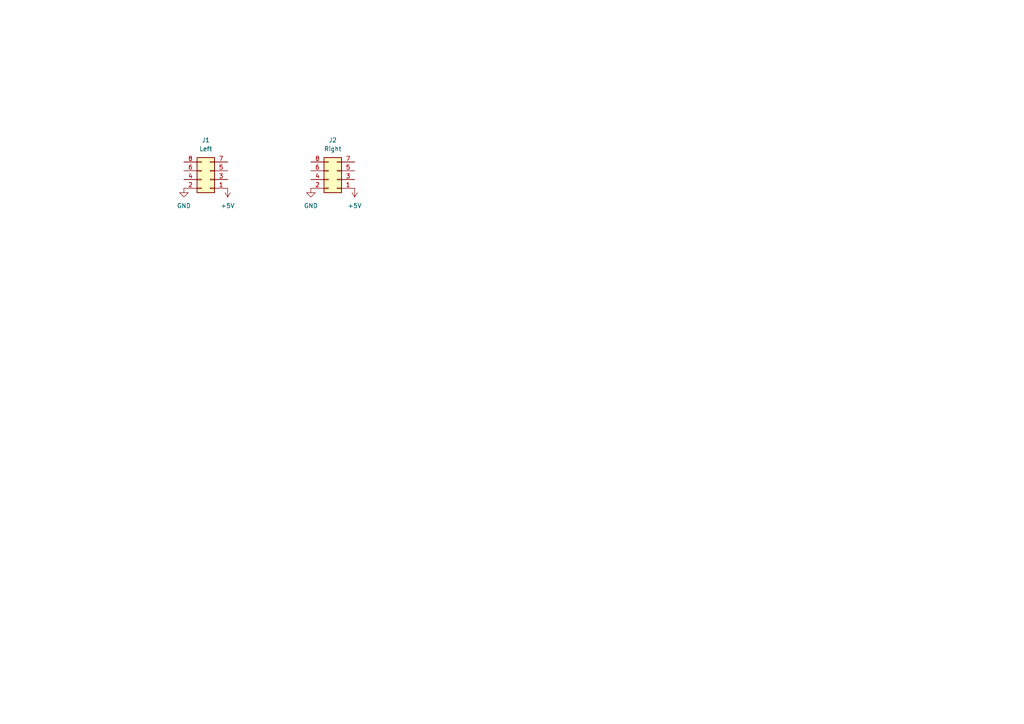
<source format=kicad_sch>
(kicad_sch (version 20231120) (generator "eeschema") (generator_version "8.0")
  (paper "A4")
  (lib_symbols
    (symbol "Connector_Generic:Conn_02x04_Odd_Even" (pin_names (offset 1.016) hide)
      (property "Reference" "J" (at 1.27 5.08 0))
      (property "Value" "Conn_02x04_Odd_Even" (at 1.27 -7.62 0))
      (symbol "Conn_02x04_Odd_Even_1_1"
        (rectangle (start -1.27 -4.953) (end 0 -5.207) (stroke (width 0.1524)))
        (rectangle (start -1.27 -2.413) (end 0 -2.667) (stroke (width 0.1524)))
        (rectangle (start -1.27 0.127) (end 0 -0.127) (stroke (width 0.1524)))
        (rectangle (start -1.27 2.667) (end 0 2.413) (stroke (width 0.1524)))
        (rectangle (start -1.27 3.81) (end 3.81 -6.35) (stroke (width 0.254)) (fill (type background)))
        (rectangle (start 3.81 -4.953) (end 2.54 -5.207) (stroke (width 0.1524)))
        (rectangle (start 3.81 -2.413) (end 2.54 -2.667) (stroke (width 0.1524)))
        (rectangle (start 3.81 0.127) (end 2.54 -0.127) (stroke (width 0.1524)))
        (rectangle (start 3.81 2.667) (end 2.54 2.413) (stroke (width 0.1524)))
        (pin passive line (at -5.08 2.54 0) (length 3.81) (name "Pin_1") (number "1"))
        (pin passive line (at 7.62 2.54 180) (length 3.81) (name "Pin_2") (number "2"))
        (pin passive line (at -5.08 0 0) (length 3.81) (name "Pin_3") (number "3"))
        (pin passive line (at 7.62 0 180) (length 3.81) (name "Pin_4") (number "4"))
        (pin passive line (at -5.08 -2.54 0) (length 3.81) (name "Pin_5") (number "5"))
        (pin passive line (at 7.62 -2.54 180) (length 3.81) (name "Pin_6") (number "6"))
        (pin passive line (at -5.08 -5.08 0) (length 3.81) (name "Pin_7") (number "7"))
        (pin passive line (at 7.62 -5.08 180) (length 3.81) (name "Pin_8") (number "8"))
      )
    )
    (symbol "power:+5V" (power) (pin_numbers hide) (pin_names (offset 0) hide)
      (property "Value" "+5V" (at 0 3.556 0))
      (symbol "+5V_0_1"
        (polyline (pts (xy -0.762 1.27) (xy 0 2.54)))
        (polyline (pts (xy 0 0) (xy 0 2.54)))
        (polyline (pts (xy 0 2.54) (xy 0.762 1.27)))
      )
      (symbol "+5V_1_1"
        (pin power_in line (at 0 0 90) (length 0) (name "~") (number "1"))
      )
    )
    (symbol "power:GND" (power) (pin_numbers hide) (pin_names (offset 0) hide)
      (property "Value" "GND" (at 0 -3.81 0))
      (symbol "GND_0_1"
        (polyline (pts (xy 0 0) (xy 0 -1.27) (xy 1.27 -1.27) (xy 0 -2.54) (xy -1.27 -1.27) (xy 0 -1.27)))
      )
      (symbol "GND_1_1"
        (pin power_in line (at 0 0 270) (length 0) (name "~") (number "1"))
      )
    )
  )
  (symbol (lib_id "Connector_Generic:Conn_02x04_Odd_Even") (at 97.79 52.07 180) (unit 1)
    (property "Reference" "J2" (at 96.52 40.64 0))
    (property "Value" "Right" (at 96.52 43.18 0))
    (property "Description" "Generic connector, double row, 02x04, odd/even pin numbering scheme (row 1 odd numbers, row 2 even numbers), script generated (kicad-library-utils/schlib/autogen/connector/)" (effects (hide yes)))
  )
  (symbol (lib_id "Connector_Generic:Conn_02x04_Odd_Even") (at 60.96 52.07 180) (unit 1)
    (property "Reference" "J1" (at 59.69 40.64 0))
    (property "Value" "Left" (at 59.69 43.18 0))
    (property "Description" "Generic connector, double row, 02x04, odd/even pin numbering scheme (row 1 odd numbers, row 2 even numbers), script generated (kicad-library-utils/schlib/autogen/connector/)" (effects (hide yes)))
  )
  (symbol (lib_id "power:GND") (at 53.34 54.61 0) (unit 1)
    (property "Reference" "#PWR02" (effects (hide yes)))
    (property "Value" "GND" (at 53.34 59.69 0))
    (property "Description" "Power symbol creates a global label with name \"GND\" , ground" (effects (hide yes)))
  )
  (symbol (lib_id "power:+5V") (at 102.87 54.61 180) (unit 1)
    (property "Reference" "#PWR04" (effects (hide yes)))
    (property "Value" "+5V" (at 102.87 59.69 0))
    (property "Description" "Power symbol creates a global label with name \"+5V\"" (effects (hide yes)))
  )
  (symbol (lib_id "power:GND") (at 90.17 54.61 0) (unit 1)
    (property "Reference" "#PWR01" (effects (hide yes)))
    (property "Value" "GND" (at 90.17 59.69 0))
    (property "Description" "Power symbol creates a global label with name \"GND\" , ground" (effects (hide yes)))
  )
  (symbol (lib_id "power:+5V") (at 66.04 54.61 180) (unit 1)
    (property "Reference" "#PWR03" (effects (hide yes)))
    (property "Value" "+5V" (at 66.04 59.69 0))
    (property "Description" "Power symbol creates a global label with name \"+5V\"" (effects (hide yes)))
  )
)
</source>
